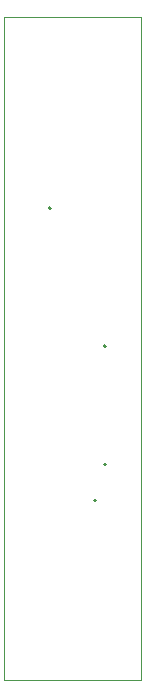
<source format=gbr>
G04 #@! TF.FileFunction,Legend,Bot*
%FSLAX46Y46*%
G04 Gerber Fmt 4.6, Leading zero omitted, Abs format (unit mm)*
G04 Created by KiCad (PCBNEW (after 2015-mar-04 BZR unknown)-product) date 5/23/2015 12:04:12 AM*
%MOMM*%
G01*
G04 APERTURE LIST*
%ADD10C,0.100000*%
%ADD11C,0.050000*%
%ADD12C,0.200000*%
G04 APERTURE END LIST*
D10*
D11*
X1149600Y1307800D02*
X12769600Y1307800D01*
X12769600Y1307800D02*
X12769600Y57457500D01*
X1149600Y57457500D02*
X12769600Y57457500D01*
X1149600Y1307800D02*
X1149600Y57457500D01*
D12*
X5154600Y41272500D02*
G75*
G03X5154600Y41272500I-100000J0D01*
G01*
X9809600Y29572500D02*
G75*
G03X9809600Y29572500I-100000J0D01*
G01*
X9809600Y19572500D02*
G75*
G03X9809600Y19572500I-100000J0D01*
G01*
X8964600Y16512500D02*
G75*
G03X8964600Y16512500I-100000J0D01*
G01*
M02*

</source>
